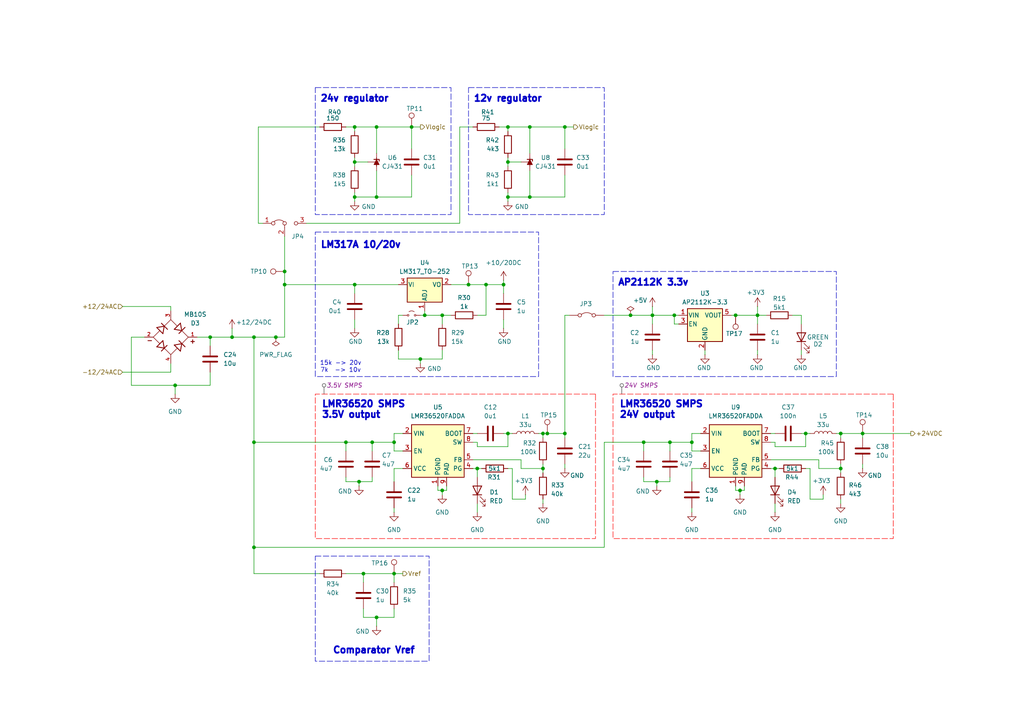
<source format=kicad_sch>
(kicad_sch (version 20250114) (generator "eeschema") (generator_version "9.0")
  (paper "A4")
  (title_block (title "Power section") (date "2025-09-26") (rev "01") (company "Rémi Ait-Younes"))
  (rectangle (start 91.44 161.29) (end 124.46 191.77) (stroke (width 0) (type dash)))
  (rectangle (start 91.44 25.4) (end 130.81 62.23) (stroke (width 0) (type dash)))
  (rectangle (start 177.8 78.74) (end 242.57 109.22) (stroke (width 0) (type dash)))
  (rectangle (start 135.89 25.4) (end 175.26 62.23) (stroke (width 0) (type dash)))
  (rectangle (start 91.44 67.31) (end 156.21 109.22) (stroke (width 0) (type dash)))
  (text "Comparator Vref" (at 108.458 188.722 0) (effects (font (size 1.905 1.905) (thickness 0.508) (bold yes))))
  (text "LMR36520 SMPS\n3.5V output" (at 93.218 118.872 0) (effects (font (size 1.905 1.905) (thickness 0.508) (bold yes)) (justify left)))
  (text "AP2112K 3.3v" (at 189.484 82.042 0) (effects (font (size 1.905 1.905) (thickness 0.508) (bold yes))))
  (text "12v regulator" (at 147.32 28.702 0) (effects (font (size 1.905 1.905) (thickness 0.508) (bold yes))))
  (text "15k -> 20v\n7k  -> 10v" (at 98.806 106.426 0) (effects (font (size 1.27 1.27))))
  (text "24v regulator" (at 102.87 28.702 0) (effects (font (size 1.905 1.905) (thickness 0.508) (bold yes))))
  (text "LMR36520 SMPS\n24V output" (at 179.578 118.872 0) (effects (font (size 1.905 1.905) (thickness 0.508) (bold yes)) (justify left)))
  (text "LM317A 10/20v" (at 104.648 71.12 0) (effects (font (size 1.905 1.905) (thickness 0.508) (bold yes))))
  (junction (at 224.79 135.89))
  (junction (at 194.31 128.27))
  (junction (at 119.38 36.83))
  (junction (at 243.84 125.73))
  (junction (at 153.67 36.83))
  (junction (at 114.3 128.27))
  (junction (at 67.31 97.79))
  (junction (at 157.48 135.89))
  (junction (at 186.69 128.27))
  (junction (at 233.68 125.73))
  (junction (at 214.63 142.24))
  (junction (at 73.66 158.75))
  (junction (at 163.83 125.73))
  (junction (at 250.19 125.73))
  (junction (at 82.55 78.74))
  (junction (at 189.23 91.44))
  (junction (at 147.32 57.15))
  (junction (at 182.88 91.44))
  (junction (at 104.14 139.7))
  (junction (at 158.75 125.73))
  (junction (at 105.41 166.37))
  (junction (at 73.66 128.27))
  (junction (at 213.36 91.44))
  (junction (at 100.33 128.27))
  (junction (at 82.55 82.55))
  (junction (at 114.3 166.37))
  (junction (at 102.87 46.99))
  (junction (at 123.19 91.44))
  (junction (at 157.48 125.73))
  (junction (at 128.27 91.44))
  (junction (at 73.66 97.79))
  (junction (at 60.96 97.79))
  (junction (at 50.8 111.76))
  (junction (at 109.22 179.07))
  (junction (at 138.43 135.89))
  (junction (at 163.83 36.83))
  (junction (at 102.87 82.55))
  (junction (at 147.32 46.99))
  (junction (at 128.27 142.24))
  (junction (at 109.22 57.15))
  (junction (at 102.87 57.15))
  (junction (at 195.58 91.44))
  (junction (at 153.67 57.15))
  (junction (at 190.5 139.7))
  (junction (at 147.32 125.73))
  (junction (at 135.89 82.55))
  (junction (at 219.71 91.44))
  (junction (at 107.95 128.27))
  (junction (at 80.01 97.79))
  (junction (at 200.66 128.27))
  (junction (at 140.97 82.55))
  (junction (at 121.92 104.14))
  (junction (at 243.84 135.89))
  (junction (at 102.87 36.83))
  (junction (at 146.05 82.55))
  (junction (at 147.32 36.83))
  (junction (at 109.22 36.83))
  (wire (pts (xy 153.67 57.15) (xy 147.32 57.15)))
  (wire (pts (xy 157.48 144.78) (xy 157.48 146.05)))
  (wire (pts (xy 190.5 139.7) (xy 194.31 139.7)))
  (wire (pts (xy 49.53 105.41) (xy 49.53 107.95)))
  (wire (pts (xy 200.66 128.27) (xy 200.66 125.73)))
  (wire (pts (xy 102.87 46.99) (xy 106.68 46.99)))
  (wire (pts (xy 148.59 135.89) (xy 148.59 144.78)))
  (wire (pts (xy 144.78 36.83) (xy 147.32 36.83)))
  (wire (pts (xy 224.79 146.05) (xy 224.79 148.59)))
  (wire (pts (xy 238.76 144.78) (xy 238.76 143.51)))
  (wire (pts (xy 224.79 135.89) (xy 223.52 135.89)))
  (wire (pts (xy 128.27 91.44) (xy 130.81 91.44)))
  (wire (pts (xy 82.55 68.58) (xy 82.55 78.74)))
  (wire (pts (xy 233.68 129.54) (xy 233.68 125.73)))
  (wire (pts (xy 163.83 135.89) (xy 163.83 134.62)))
  (wire (pts (xy 73.66 158.75) (xy 73.66 166.37)))
  (wire (pts (xy 104.14 140.97) (xy 104.14 139.7)))
  (wire (pts (xy 163.83 91.44) (xy 163.83 125.73)))
  (wire (pts (xy 195.58 91.44) (xy 195.58 93.98)))
  (wire (pts (xy 140.97 82.55) (xy 135.89 82.55)))
  (wire (pts (xy 163.83 125.73) (xy 163.83 127)))
  (wire (pts (xy 219.71 88.9) (xy 219.71 91.44)))
  (wire (pts (xy 250.19 125.73) (xy 264.16 125.73)))
  (wire (pts (xy 74.93 36.83) (xy 92.71 36.83)))
  (wire (pts (xy 128.27 91.44) (xy 128.27 93.98)))
  (wire (pts (xy 148.59 144.78) (xy 152.4 144.78)))
  (wire (pts (xy 190.5 139.7) (xy 186.69 139.7)))
  (wire (pts (xy 190.5 140.97) (xy 190.5 139.7)))
  (wire (pts (xy 163.83 36.83) (xy 166.37 36.83)))
  (wire (pts (xy 138.43 91.44) (xy 140.97 91.44)))
  (wire (pts (xy 243.84 125.73) (xy 242.57 125.73)))
  (wire (pts (xy 195.58 91.44) (xy 196.85 91.44)))
  (wire (pts (xy 119.38 36.83) (xy 109.22 36.83)))
  (wire (pts (xy 107.95 128.27) (xy 107.95 130.81)))
  (wire (pts (xy 73.66 97.79) (xy 80.01 97.79)))
  (wire (pts (xy 105.41 166.37) (xy 114.3 166.37)))
  (wire (pts (xy 82.55 78.74) (xy 82.55 82.55)))
  (wire (pts (xy 109.22 179.07) (xy 109.22 181.61)))
  (wire (pts (xy 233.68 125.73) (xy 234.95 125.73)))
  (wire (pts (xy 107.95 128.27) (xy 100.33 128.27)))
  (wire (pts (xy 119.38 57.15) (xy 119.38 50.8)))
  (wire (pts (xy 194.31 128.27) (xy 194.31 130.81)))
  (wire (pts (xy 138.43 135.89) (xy 137.16 135.89)))
  (wire (pts (xy 243.84 135.89) (xy 243.84 137.16)))
  (wire (pts (xy 189.23 88.9) (xy 189.23 91.44)))
  (wire (pts (xy 100.33 128.27) (xy 100.33 130.81)))
  (wire (pts (xy 234.95 135.89) (xy 234.95 144.78)))
  (wire (pts (xy 109.22 57.15) (xy 119.38 57.15)))
  (wire (pts (xy 219.71 91.44) (xy 222.25 91.44)))
  (wire (pts (xy 114.3 147.32) (xy 114.3 148.59)))
  (wire (pts (xy 116.84 130.81) (xy 114.3 130.81)))
  (wire (pts (xy 151.13 135.89) (xy 151.13 133.35)))
  (wire (pts (xy 121.92 104.14) (xy 128.27 104.14)))
  (wire (pts (xy 186.69 128.27) (xy 186.69 130.81)))
  (wire (pts (xy 157.48 127) (xy 157.48 125.73)))
  (wire (pts (xy 203.2 130.81) (xy 200.66 130.81)))
  (wire (pts (xy 250.19 135.89) (xy 250.19 134.62)))
  (wire (pts (xy 200.66 139.7) (xy 200.66 135.89)))
  (wire (pts (xy 38.1 97.79) (xy 38.1 111.76)))
  (wire (pts (xy 140.97 91.44) (xy 140.97 82.55)))
  (wire (pts (xy 146.05 85.09) (xy 146.05 82.55)))
  (wire (pts (xy 213.36 142.24) (xy 213.36 140.97)))
  (wire (pts (xy 186.69 128.27) (xy 194.31 128.27)))
  (wire (pts (xy 214.63 142.24) (xy 213.36 142.24)))
  (wire (pts (xy 182.88 91.44) (xy 189.23 91.44)))
  (wire (pts (xy 203.2 125.73) (xy 200.66 125.73)))
  (wire (pts (xy 157.48 134.62) (xy 157.48 135.89)))
  (wire (pts (xy 153.67 44.45) (xy 153.67 36.83)))
  (wire (pts (xy 107.95 128.27) (xy 114.3 128.27)))
  (wire (pts (xy 234.95 144.78) (xy 238.76 144.78)))
  (wire (pts (xy 123.19 91.44) (xy 128.27 91.44)))
  (wire (pts (xy 50.8 111.76) (xy 50.8 114.3)))
  (wire (pts (xy 121.92 91.44) (xy 123.19 91.44)))
  (wire (pts (xy 147.32 45.72) (xy 147.32 46.99)))
  (wire (pts (xy 60.96 111.76) (xy 60.96 107.95)))
  (wire (pts (xy 152.4 144.78) (xy 152.4 143.51)))
  (wire (pts (xy 73.66 97.79) (xy 73.66 128.27)))
  (wire (pts (xy 109.22 44.45) (xy 109.22 36.83)))
  (wire (pts (xy 50.8 111.76) (xy 60.96 111.76)))
  (wire (pts (xy 114.3 179.07) (xy 114.3 176.53)))
  (wire (pts (xy 175.26 128.27) (xy 186.69 128.27)))
  (wire (pts (xy 115.57 101.6) (xy 115.57 104.14)))
  (wire (pts (xy 200.66 135.89) (xy 203.2 135.89)))
  (wire (pts (xy 127 142.24) (xy 127 140.97)))
  (wire (pts (xy 137.16 125.73) (xy 138.43 125.73)))
  (wire (pts (xy 146.05 125.73) (xy 147.32 125.73)))
  (wire (pts (xy 147.32 46.99) (xy 151.13 46.99)))
  (wire (pts (xy 195.58 93.98) (xy 196.85 93.98)))
  (wire (pts (xy 232.41 125.73) (xy 233.68 125.73)))
  (wire (pts (xy 41.91 97.79) (xy 38.1 97.79)))
  (wire (pts (xy 204.47 101.6) (xy 204.47 102.87)))
  (wire (pts (xy 146.05 92.71) (xy 146.05 95.25)))
  (wire (pts (xy 100.33 36.83) (xy 102.87 36.83)))
  (wire (pts (xy 67.31 97.79) (xy 73.66 97.79)))
  (wire (pts (xy 137.16 133.35) (xy 151.13 133.35)))
  (wire (pts (xy 153.67 36.83) (xy 147.32 36.83)))
  (wire (pts (xy 157.48 135.89) (xy 157.48 137.16)))
  (wire (pts (xy 133.35 36.83) (xy 137.16 36.83)))
  (wire (pts (xy 243.84 135.89) (xy 237.49 135.89)))
  (wire (pts (xy 224.79 129.54) (xy 233.68 129.54)))
  (wire (pts (xy 105.41 166.37) (xy 105.41 168.91)))
  (wire (pts (xy 194.31 138.43) (xy 194.31 139.7)))
  (wire (pts (xy 223.52 125.73) (xy 224.79 125.73)))
  (wire (pts (xy 57.15 97.79) (xy 60.96 97.79)))
  (wire (pts (xy 105.41 179.07) (xy 109.22 179.07)))
  (wire (pts (xy 147.32 46.99) (xy 147.32 48.26)))
  (wire (pts (xy 115.57 91.44) (xy 115.57 93.98)))
  (wire (pts (xy 189.23 91.44) (xy 195.58 91.44)))
  (wire (pts (xy 114.3 130.81) (xy 114.3 128.27)))
  (wire (pts (xy 138.43 146.05) (xy 138.43 148.59)))
  (wire (pts (xy 250.19 125.73) (xy 250.19 127)))
  (wire (pts (xy 133.35 64.77) (xy 133.35 36.83)))
  (wire (pts (xy 138.43 129.54) (xy 138.43 128.27)))
  (wire (pts (xy 102.87 36.83) (xy 102.87 38.1)))
  (wire (pts (xy 128.27 142.24) (xy 127 142.24)))
  (wire (pts (xy 114.3 166.37) (xy 116.84 166.37)))
  (wire (pts (xy 243.84 144.78) (xy 243.84 146.05)))
  (wire (pts (xy 82.55 82.55) (xy 102.87 82.55)))
  (wire (pts (xy 128.27 104.14) (xy 128.27 101.6)))
  (wire (pts (xy 102.87 92.71) (xy 102.87 95.25)))
  (wire (pts (xy 234.95 135.89) (xy 233.68 135.89)))
  (wire (pts (xy 229.87 91.44) (xy 232.41 91.44)))
  (wire (pts (xy 138.43 128.27) (xy 137.16 128.27)))
  (wire (pts (xy 163.83 43.18) (xy 163.83 36.83)))
  (wire (pts (xy 232.41 101.6) (xy 232.41 102.87)))
  (wire (pts (xy 213.36 91.44) (xy 219.71 91.44)))
  (wire (pts (xy 109.22 49.53) (xy 109.22 57.15)))
  (wire (pts (xy 109.22 36.83) (xy 102.87 36.83)))
  (wire (pts (xy 115.57 91.44) (xy 116.84 91.44)))
  (wire (pts (xy 60.96 97.79) (xy 60.96 100.33)))
  (wire (pts (xy 243.84 127) (xy 243.84 125.73)))
  (wire (pts (xy 115.57 104.14) (xy 121.92 104.14)))
  (wire (pts (xy 135.89 82.55) (xy 130.81 82.55)))
  (wire (pts (xy 60.96 97.79) (xy 67.31 97.79)))
  (wire (pts (xy 219.71 101.6) (xy 219.71 102.87)))
  (wire (pts (xy 153.67 49.53) (xy 153.67 57.15)))
  (wire (pts (xy 102.87 58.42) (xy 102.87 57.15)))
  (wire (pts (xy 140.97 82.55) (xy 146.05 82.55)))
  (wire (pts (xy 119.38 36.83) (xy 121.92 36.83)))
  (wire (pts (xy 129.54 142.24) (xy 128.27 142.24)))
  (wire (pts (xy 100.33 166.37) (xy 105.41 166.37)))
  (wire (pts (xy 224.79 129.54) (xy 224.79 128.27)))
  (wire (pts (xy 147.32 125.73) (xy 148.59 125.73)))
  (wire (pts (xy 123.19 90.17) (xy 123.19 91.44)))
  (wire (pts (xy 104.14 139.7) (xy 107.95 139.7)))
  (wire (pts (xy 175.26 158.75) (xy 73.66 158.75)))
  (wire (pts (xy 114.3 166.37) (xy 114.3 168.91)))
  (wire (pts (xy 88.9 64.77) (xy 133.35 64.77)))
  (wire (pts (xy 224.79 135.89) (xy 224.79 138.43)))
  (wire (pts (xy 157.48 135.89) (xy 151.13 135.89)))
  (wire (pts (xy 200.66 130.81) (xy 200.66 128.27)))
  (wire (pts (xy 224.79 128.27) (xy 223.52 128.27)))
  (wire (pts (xy 175.26 128.27) (xy 175.26 158.75)))
  (wire (pts (xy 194.31 128.27) (xy 200.66 128.27)))
  (wire (pts (xy 114.3 139.7) (xy 114.3 135.89)))
  (wire (pts (xy 138.43 135.89) (xy 138.43 138.43)))
  (wire (pts (xy 153.67 57.15) (xy 163.83 57.15)))
  (wire (pts (xy 223.52 133.35) (xy 237.49 133.35)))
  (wire (pts (xy 73.66 128.27) (xy 73.66 158.75)))
  (wire (pts (xy 121.92 104.14) (xy 121.92 105.41)))
  (wire (pts (xy 163.83 91.44) (xy 165.1 91.44)))
  (wire (pts (xy 215.9 142.24) (xy 214.63 142.24)))
  (wire (pts (xy 105.41 176.53) (xy 105.41 179.07)))
  (wire (pts (xy 102.87 46.99) (xy 102.87 48.26)))
  (wire (pts (xy 119.38 43.18) (xy 119.38 36.83)))
  (wire (pts (xy 109.22 57.15) (xy 102.87 57.15)))
  (wire (pts (xy 243.84 134.62) (xy 243.84 135.89)))
  (wire (pts (xy 67.31 97.79) (xy 67.31 95.25)))
  (wire (pts (xy 189.23 101.6) (xy 189.23 102.87)))
  (wire (pts (xy 73.66 166.37) (xy 92.71 166.37)))
  (wire (pts (xy 226.06 135.89) (xy 224.79 135.89)))
  (wire (pts (xy 163.83 125.73) (xy 158.75 125.73)))
  (wire (pts (xy 232.41 91.44) (xy 232.41 93.98)))
  (wire (pts (xy 116.84 125.73) (xy 114.3 125.73)))
  (wire (pts (xy 109.22 179.07) (xy 114.3 179.07)))
  (wire (pts (xy 114.3 128.27) (xy 114.3 125.73)))
  (wire (pts (xy 237.49 135.89) (xy 237.49 133.35)))
  (wire (pts (xy 49.53 107.95) (xy 35.56 107.95)))
  (wire (pts (xy 175.26 91.44) (xy 182.88 91.44)))
  (wire (pts (xy 102.87 85.09) (xy 102.87 82.55)))
  (wire (pts (xy 215.9 140.97) (xy 215.9 142.24)))
  (wire (pts (xy 102.87 82.55) (xy 115.57 82.55)))
  (wire (pts (xy 128.27 143.51) (xy 128.27 142.24)))
  (wire (pts (xy 147.32 57.15) (xy 147.32 55.88)))
  (wire (pts (xy 38.1 111.76) (xy 50.8 111.76)))
  (wire (pts (xy 163.83 36.83) (xy 153.67 36.83)))
  (wire (pts (xy 107.95 138.43) (xy 107.95 139.7)))
  (wire (pts (xy 219.71 93.98) (xy 219.71 91.44)))
  (wire (pts (xy 104.14 139.7) (xy 100.33 139.7)))
  (wire (pts (xy 139.7 135.89) (xy 138.43 135.89)))
  (wire (pts (xy 186.69 139.7) (xy 186.69 138.43)))
  (wire (pts (xy 148.59 135.89) (xy 147.32 135.89)))
  (wire (pts (xy 129.54 140.97) (xy 129.54 142.24)))
  (wire (pts (xy 158.75 125.73) (xy 157.48 125.73)))
  (wire (pts (xy 212.09 91.44) (xy 213.36 91.44)))
  (wire (pts (xy 200.66 147.32) (xy 200.66 148.59)))
  (wire (pts (xy 74.93 64.77) (xy 74.93 36.83)))
  (wire (pts (xy 114.3 135.89) (xy 116.84 135.89)))
  (wire (pts (xy 157.48 125.73) (xy 156.21 125.73)))
  (wire (pts (xy 189.23 93.98) (xy 189.23 91.44)))
  (wire (pts (xy 146.05 81.28) (xy 146.05 82.55)))
  (wire (pts (xy 147.32 129.54) (xy 147.32 125.73)))
  (wire (pts (xy 49.53 88.9) (xy 49.53 90.17)))
  (wire (pts (xy 80.01 97.79) (xy 82.55 97.79)))
  (wire (pts (xy 102.87 57.15) (xy 102.87 55.88)))
  (wire (pts (xy 147.32 36.83) (xy 147.32 38.1)))
  (wire (pts (xy 82.55 97.79) (xy 82.55 82.55)))
  (wire (pts (xy 100.33 139.7) (xy 100.33 138.43)))
  (wire (pts (xy 163.83 57.15) (xy 163.83 50.8)))
  (wire (pts (xy 214.63 143.51) (xy 214.63 142.24)))
  (wire (pts (xy 138.43 129.54) (xy 147.32 129.54)))
  (wire (pts (xy 102.87 45.72) (xy 102.87 46.99)))
  (wire (pts (xy 35.56 88.9) (xy 49.53 88.9)))
  (wire (pts (xy 147.32 58.42) (xy 147.32 57.15)))
  (wire (pts (xy 76.2 64.77) (xy 74.93 64.77)))
  (wire (pts (xy 250.19 125.73) (xy 243.84 125.73)))
  (wire (pts (xy 73.66 128.27) (xy 100.33 128.27)))
  (hierarchical_label "-12{slash}24AC" (shape input) (at 35.56 107.95 180))
  (hierarchical_label "+24VDC" (shape output) (at 264.16 125.73 0))
  (hierarchical_label "+12{slash}24AC" (shape input) (at 35.56 88.9 180))
  (hierarchical_label "Vref" (shape output) (at 116.84 166.37 0))
  (hierarchical_label "Vlogic" (shape output) (at 166.37 36.83 0))
  (hierarchical_label "Vlogic" (shape output) (at 121.92 36.83 0))
  (rule_area (polyline (pts (xy 172.72 114.3) (xy 91.44 114.3) (xy 91.44 156.21) (xy 172.72 156.21)) (stroke (width 0) (type dash))))
  (rule_area (polyline (pts (xy 259.08 114.3) (xy 177.8 114.3) (xy 177.8 156.21) (xy 259.08 156.21)) (stroke (width 0) (type dash))))
  (netclass_flag "" (length 2.54) (shape round) (at 93.98 114.3 0) (property "Component Class" "3.5V SMPS" (at 94.6785 111.76 0) (effects (font (italic yes)) (justify left))))
  (netclass_flag "" (length 2.54) (shape round) (at 180.34 114.3 0) (property "Component Class" "24V SMPS" (at 181.0385 111.76 0) (effects (font (italic yes)) (justify left))))
  (symbol (lib_id "power:GND") (at 200.66 148.59 0) (unit 1)
    (property "Reference" "#PWR065" (effects (hide yes)))
    (property "Value" "GND" (at 200.66 153.67 0))
    (property "Description" "Power symbol creates a global label with name \"GND\" , ground" (effects (hide yes)))
  )
  (symbol (lib_id "Regulator_Linear:LM317_TO-252") (at 123.19 82.55 0) (unit 1)
    (property "Reference" "U4" (at 123.19 76.2 0))
    (property "Value" "LM317_TO-252" (at 123.19 78.74 0))
    (property "Footprint" "Package_TO_SOT_SMD:TO-252-2" (effects (hide yes)))
    (property "Datasheet" "http://www.ti.com/lit/ds/snvs774n/snvs774n.pdf" (effects (hide yes)))
    (property "Description" "1.5A 35V Adjustable Linear Regulator, TO-252" (effects (hide yes)))
    (property "Basic" "Y" (effects (hide yes)))
    (property "JLCPCB Part #" "C75510" (effects (hide yes)))
    (property "Manufacturer" "Unisonic Tech (UTC)" (effects (hide yes)))
    (property "Manufacturer Part Number" "LM317AG-TN3-R" (effects (hide yes)))
  )
  (symbol (lib_id "Connector:TestPoint") (at 250.19 125.73 0) (unit 1) (in_bom no)
    (property "Reference" "TP14" (at 248.158 120.396 0) (effects (justify left)))
    (property "Value" "TestPoint" (effects (hide yes)))
    (property "Footprint" "TestPoint:TestPoint_Pad_D2.0mm" (effects (hide yes)))
    (property "Description" "test point" (effects (hide yes)))
  )
  (symbol (lib_id "Device:R") (at 140.97 36.83 90) (mirror x) (unit 1)
    (property "Reference" "R41" (at 141.478 32.512 90))
    (property "Value" "75" (at 140.97 34.29 90))
    (property "Footprint" "Resistor_SMD:R_0805_2012Metric" (effects (hide yes)))
    (property "Description" "Resistor" (effects (hide yes)))
    (property "Basic" "Y" (effects (hide yes)))
    (property "JLCPCB Part #" "C20638" (effects (hide yes)))
    (property "Manufacturer" "Uniroyal Elec" (effects (hide yes)))
    (property "Manufacturer Part Number" "0805W8F750JT5E" (effects (hide yes)))
  )
  (symbol (lib_id "power:GND") (at 50.8 114.3 0) (unit 1)
    (property "Reference" "#PWR048" (effects (hide yes)))
    (property "Value" "GND" (at 50.8 119.38 0))
    (property "Description" "Power symbol creates a global label with name \"GND\" , ground" (effects (hide yes)))
  )
  (symbol (lib_id "power:GND") (at 102.87 95.25 0) (mirror y) (unit 1)
    (property "Reference" "#PWR024" (effects (hide yes)))
    (property "Value" "GND" (at 101.092 99.06 0) (effects (justify right)))
    (property "Description" "Power symbol creates a global label with name \"GND\" , ground" (effects (hide yes)))
  )
  (symbol (lib_id "power:GND") (at 138.43 148.59 0) (unit 1)
    (property "Reference" "#PWR042" (effects (hide yes)))
    (property "Value" "GND" (at 138.43 153.67 0))
    (property "Description" "Power symbol creates a global label with name \"GND\" , ground" (effects (hide yes)))
  )
  (symbol (lib_id "power:GND") (at 109.22 181.61 0) (unit 1)
    (property "Reference" "#PWR021" (effects (hide yes)))
    (property "Value" "GND" (at 105.156 183.134 0))
    (property "Description" "Power symbol creates a global label with name \"GND\" , ground" (effects (hide yes)))
  )
  (symbol (lib_id "Pers:LMR36520FADDA") (at 213.36 130.81 0) (unit 1)
    (property "Reference" "U9" (at 213.36 118.11 0))
    (property "Value" "LMR36520FADDA" (at 213.36 120.65 0))
    (property "Footprint" "Package_SO:Texas_HTSOP-8-1EP_3.9x4.9mm_P1.27mm_EP2.95x4.9mm_Mask2.4x3.1mm_ThermalVias" (effects (hide yes)))
    (property "Datasheet" "http://www.ti.com/lit/ds/symlink/lmr36520.pdf" (effects (hide yes)))
    (property "Description" "Simple Switcher Synchronous Buck Regulator, Vin=4.2-65V, Iout=2A, F=400kHz, Adjustable output voltage, HSOP-8" (effects (hide yes)))
    (property "Basic" "X" (effects (hide yes)))
    (property "JLCPCB Part #" "C1858395" (effects (hide yes)))
    (property "Manufacturer" "Texas Instruments" (effects (hide yes)))
    (property "Manufacturer Part Number" "LMR36520FADDAR" (effects (hide yes)))
  )
  (symbol (lib_id "power:GND") (at 157.48 146.05 0) (unit 1)
    (property "Reference" "#PWR038" (effects (hide yes)))
    (property "Value" "GND" (at 157.48 151.13 0))
    (property "Description" "Power symbol creates a global label with name \"GND\" , ground" (effects (hide yes)))
  )
  (symbol (lib_id "Device:R") (at 115.57 97.79 0) (mirror x) (unit 1)
    (property "Reference" "R28" (at 113.03 96.5199 0) (effects (justify right)))
    (property "Value" "13k" (at 113.03 99.0599 0) (effects (justify right)))
    (property "Footprint" "Resistor_SMD:R_0603_1608Metric" (effects (hide yes)))
    (property "Description" "Resistor" (effects (hide yes)))
    (property "Basic" "Y" (effects (hide yes)))
    (property "JLCPCB Part #" "C22797" (effects (hide yes)))
    (property "Manufacturer" "Uniroyal Elec" (effects (hide yes)))
    (property "Manufacturer Part Number" "0603WAF1302T5E" (effects (hide yes)))
  )
  (symbol (lib_id "Jumper:Jumper_2_Small_Open") (at 119.38 91.44 0) (unit 1) (in_bom no)
    (property "Reference" "JP2" (at 119.634 93.472 0))
    (property "Value" "Jumper_2_Small_Open" (effects (hide yes)))
    (property "Footprint" "Connector_PinHeader_2.54mm:PinHeader_1x02_P2.54mm_Vertical" (effects (hide yes)))
    (property "Description" "Jumper, 2-pole, small symbol, open" (effects (hide yes)))
  )
  (symbol (lib_id "power:+5V") (at 189.23 88.9 0) (unit 1)
    (property "Reference" "#PWR022" (effects (hide yes)))
    (property "Value" "+5V" (at 185.674 87.122 0))
    (property "Description" "Power symbol creates a global label with name \"+5V\"" (effects (hide yes)))
  )
  (symbol (lib_id "power:+3V3") (at 238.76 143.51 0) (mirror y) (unit 1)
    (property "Reference" "#PWR068" (effects (hide yes)))
    (property "Value" "+3V3" (at 238.252 139.446 0))
    (property "Description" "Power symbol creates a global label with name \"+3V3\"" (effects (hide yes)))
  )
  (symbol (lib_id "Regulator_Linear:AP2112K-3.3") (at 204.47 93.98 0) (unit 1)
    (property "Reference" "U3" (at 204.47 85.09 0))
    (property "Value" "AP2112K-3.3" (at 204.47 87.63 0))
    (property "Footprint" "Package_TO_SOT_SMD:SOT-23-5" (effects (hide yes)))
    (property "Datasheet" "https://www.diodes.com/assets/Datasheets/AP2112.pdf" (effects (hide yes)))
    (property "Description" "600mA low dropout linear regulator, with enable pin, 3.8V-6V input voltage range, 3.3V fixed positive output, SOT-23-5" (effects (hide yes)))
    (property "Basic" "X" (effects (hide yes)))
    (property "JLCPCB Part #" "C51118" (effects (hide yes)))
    (property "Manufacturer" "Diodes Incorporated" (effects (hide yes)))
    (property "Manufacturer Part Number" "AP2112K-3.3TRG1" (effects (hide yes)))
  )
  (symbol (lib_id "power:GND") (at 224.79 148.59 0) (unit 1)
    (property "Reference" "#PWR067" (effects (hide yes)))
    (property "Value" "GND" (at 224.79 153.67 0))
    (property "Description" "Power symbol creates a global label with name \"GND\" , ground" (effects (hide yes)))
  )
  (symbol (lib_id "power:PWR_FLAG") (at 80.01 97.79 180) (unit 1)
    (property "Reference" "#FLG05" (effects (hide yes)))
    (property "Value" "PWR_FLAG" (at 80.01 102.87 0))
    (property "Description" "Special symbol for telling ERC where power comes from" (effects (hide yes)))
  )
  (symbol (lib_id "Device:R") (at 102.87 41.91 0) (mirror y) (unit 1)
    (property "Reference" "R36" (at 100.33 40.6399 0) (effects (justify left)))
    (property "Value" "13k" (at 100.33 43.1799 0) (effects (justify left)))
    (property "Footprint" "Resistor_SMD:R_0603_1608Metric" (effects (hide yes)))
    (property "Description" "Resistor" (effects (hide yes)))
    (property "Basic" "Y" (effects (hide yes)))
    (property "JLCPCB Part #" "C22797" (effects (hide yes)))
    (property "Manufacturer" "Uniroyal Elec" (effects (hide yes)))
    (property "Manufacturer Part Number" "0603WAF1302T5E" (effects (hide yes)))
  )
  (symbol (lib_id "Device:R") (at 96.52 166.37 90) (mirror x) (unit 1)
    (property "Reference" "R34" (at 96.52 169.418 90))
    (property "Value" "40k" (at 96.52 171.958 90))
    (property "Footprint" "Resistor_SMD:R_0603_1608Metric" (effects (hide yes)))
    (property "Description" "Resistor" (effects (hide yes)))
    (property "Sim.Device" "R" (effects (hide yes)))
    (property "Sim.Pins" "1=+ 2=-" (effects (hide yes)))
    (property "Basic" "Y" (effects (hide yes)))
    (property "JLCPCB Part #" "C12447" (effects (hide yes)))
    (property "Manufacturer" "Uniroyal Elec" (effects (hide yes)))
    (property "Manufacturer Part Number" "0603WAF4022T5E" (effects (hide yes)))
  )
  (symbol (lib_id "Connector:TestPoint") (at 135.89 82.55 0) (unit 1) (in_bom no)
    (property "Reference" "TP13" (at 133.858 77.216 0) (effects (justify left)))
    (property "Value" "TestPoint" (effects (hide yes)))
    (property "Footprint" "TestPoint:TestPoint_Pad_D2.0mm" (effects (hide yes)))
    (property "Description" "test point" (effects (hide yes)))
  )
  (symbol (lib_id "Device:C") (at 105.41 172.72 0) (unit 1)
    (property "Reference" "C30" (at 108.966 171.45 0) (effects (justify left)))
    (property "Value" "1u" (at 108.966 173.99 0) (effects (justify left)))
    (property "Footprint" "Capacitor_SMD:C_0402_1005Metric" (effects (hide yes)))
    (property "Description" "Unpolarized capacitor" (effects (hide yes)))
    (property "Sim.Device" "C" (effects (hide yes)))
    (property "Sim.Pins" "1=+ 2=-" (effects (hide yes)))
    (property "Basic" "Y" (effects (hide yes)))
    (property "JLCPCB Part #" "C52923" (effects (hide yes)))
    (property "Manufacturer" "Samsung Electro-Mechanics " (effects (hide yes)))
    (property "Manufacturer Part Number" "CL05A105KA5NQNC" (effects (hide yes)))
  )
  (symbol (lib_id "power:GND") (at 128.27 143.51 0) (unit 1)
    (property "Reference" "#PWR036" (effects (hide yes)))
    (property "Value" "GND" (at 128.27 148.59 0))
    (property "Description" "Power symbol creates a global label with name \"GND\" , ground" (effects (hide yes)))
  )
  (symbol (lib_id "Device:C") (at 107.95 134.62 0) (unit 1)
    (property "Reference" "C7" (at 110.744 132.08 0) (effects (justify left)))
    (property "Value" "4u7" (at 110.744 134.62 0) (effects (justify left)))
    (property "Footprint" "Capacitor_SMD:C_1206_3216Metric" (effects (hide yes)))
    (property "Description" "Unpolarized capacitor" (effects (hide yes)))
    (property "Basic" "Y" (effects (hide yes)))
    (property "JLCPCB Part #" "C29823" (effects (hide yes)))
    (property "Manufacturer" "Guangdong Fenghua Advanced Tech (FH)" (effects (hide yes)))
    (property "Manufacturer Part Number" "1206B475K500NT" (effects (hide yes)))
  )
  (symbol (lib_id "power:GND") (at 250.19 135.89 0) (unit 1)
    (property "Reference" "#PWR070" (effects (hide yes)))
    (property "Value" "GND" (at 253.746 137.922 0))
    (property "Description" "Power symbol creates a global label with name \"GND\" , ground" (effects (hide yes)))
  )
  (symbol (lib_id "Device:R") (at 226.06 91.44 90) (unit 1)
    (property "Reference" "R15" (at 226.06 86.614 90))
    (property "Value" "5k1" (at 226.06 89.154 90))
    (property "Footprint" "Resistor_SMD:R_0603_1608Metric" (effects (hide yes)))
    (property "Description" "Resistor" (effects (hide yes)))
    (property "Basic" "Y" (effects (hide yes)))
    (property "JLCPCB Part #" "C23186" (effects (hide yes)))
    (property "Manufacturer" "Uniroyal Elec" (effects (hide yes)))
    (property "Manufacturer Part Number" "0603WAF5101T5E" (effects (hide yes)))
  )
  (symbol (lib_id "Device:C") (at 219.71 97.79 0) (unit 1)
    (property "Reference" "C1" (at 223.52 96.5199 0) (effects (justify left)))
    (property "Value" "1u" (at 223.52 99.0599 0) (effects (justify left)))
    (property "Footprint" "Capacitor_SMD:C_0603_1608Metric" (effects (hide yes)))
    (property "Description" "Unpolarized capacitor" (effects (hide yes)))
    (property "Basic" "Y" (effects (hide yes)))
    (property "JLCPCB Part #" "C15849" (effects (hide yes)))
    (property "Manufacturer" "Samsung Electro-Mechanics " (effects (hide yes)))
    (property "Manufacturer Part Number" "CL10A105KB8NNNC" (effects (hide yes)))
  )
  (symbol (lib_id "Device:R") (at 243.84 140.97 180) (unit 1)
    (property "Reference" "R46" (at 246.126 140.716 0) (effects (justify right)))
    (property "Value" "4k3" (at 246.126 143.256 0) (effects (justify right)))
    (property "Footprint" "Resistor_SMD:R_0603_1608Metric" (effects (hide yes)))
    (property "Description" "Resistor" (effects (hide yes)))
    (property "Basic" "Y" (effects (hide yes)))
    (property "JLCPCB Part #" "C23159" (effects (hide yes)))
    (property "Manufacturer" "Uniroyal Elec" (effects (hide yes)))
    (property "Manufacturer Part Number" "0603WAF4301T5E" (effects (hide yes)))
  )
  (symbol (lib_id "Connector:TestPoint") (at 114.3 166.37 0) (unit 1) (in_bom no)
    (property "Reference" "TP16" (at 107.696 163.322 0) (effects (justify left)))
    (property "Value" "TestPoint" (effects (hide yes)))
    (property "Footprint" "TestPoint:TestPoint_Pad_D2.0mm" (effects (hide yes)))
    (property "Description" "test point" (effects (hide yes)))
  )
  (symbol (lib_id "Device:LED") (at 224.79 142.24 90) (unit 1)
    (property "Reference" "D4" (at 228.346 142.748 90) (effects (justify right)))
    (property "Value" "RED" (at 228.346 145.288 90) (effects (justify right)))
    (property "Footprint" "LED_SMD:LED_0603_1608Metric" (effects (hide yes)))
    (property "Description" "Light emitting diode" (effects (hide yes)))
    (property "Sim.Pins" "1=K 2=A" (effects (hide yes)))
    (property "Basic" "Y" (effects (hide yes)))
    (property "JLCPCB Part #" "C2286" (effects (hide yes)))
    (property "Manufacturer" "Hubei KENTO Elec " (effects (hide yes)))
    (property "Manufacturer Part Number" "KT-0603R" (effects (hide yes)))
  )
  (symbol (lib_id "Connector:TestPoint") (at 158.75 125.73 0) (unit 1) (in_bom no)
    (property "Reference" "TP15" (at 156.718 120.396 0) (effects (justify left)))
    (property "Value" "TestPoint" (effects (hide yes)))
    (property "Footprint" "TestPoint:TestPoint_Pad_D2.0mm" (effects (hide yes)))
    (property "Description" "test point" (effects (hide yes)))
  )
  (symbol (lib_id "power:PWR_FLAG") (at 182.88 91.44 0) (unit 1)
    (property "Reference" "#FLG04" (effects (hide yes)))
    (property "Value" "PWR_FLAG" (effects (hide yes)))
    (property "Description" "Special symbol for telling ERC where power comes from" (effects (hide yes)))
  )
  (symbol (lib_id "Device:R") (at 102.87 52.07 0) (mirror y) (unit 1)
    (property "Reference" "R38" (at 100.33 50.7999 0) (effects (justify left)))
    (property "Value" "1k5" (at 100.33 53.3399 0) (effects (justify left)))
    (property "Footprint" "Resistor_SMD:R_0603_1608Metric" (effects (hide yes)))
    (property "Description" "Resistor" (effects (hide yes)))
    (property "Basic" "Y" (effects (hide yes)))
    (property "JLCPCB Part #" "C22843" (effects (hide yes)))
    (property "Manufacturer" "Uniroyal Elec" (effects (hide yes)))
    (property "Manufacturer Part Number" "0603WAF1501T5E" (effects (hide yes)))
  )
  (symbol (lib_id "Device:C") (at 228.6 125.73 270) (mirror x) (unit 1)
    (property "Reference" "C37" (at 228.6 118.11 90))
    (property "Value" "100n" (at 228.6 120.65 90))
    (property "Footprint" "Capacitor_SMD:C_0402_1005Metric" (effects (hide yes)))
    (property "Description" "Unpolarized capacitor" (effects (hide yes)))
    (property "Basic" "Y" (effects (hide yes)))
    (property "JLCPCB Part #" "C307331" (effects (hide yes)))
    (property "Manufacturer" "Samsung Electro-Mechanics " (effects (hide yes)))
    (property "Manufacturer Part Number" "CL05B104KB54PNC" (effects (hide yes)))
  )
  (symbol (lib_id "power:GND") (at 232.41 102.87 0) (unit 1)
    (property "Reference" "#PWR07" (effects (hide yes)))
    (property "Value" "GND" (at 234.188 106.68 0) (effects (justify right)))
    (property "Description" "Power symbol creates a global label with name \"GND\" , ground" (effects (hide yes)))
  )
  (symbol (lib_id "Device:C") (at 200.66 143.51 0) (mirror y) (unit 1)
    (property "Reference" "C36" (at 204.47 142.2399 0) (effects (justify right)))
    (property "Value" "1u" (at 204.47 144.7799 0) (effects (justify right)))
    (property "Footprint" "Capacitor_SMD:C_0402_1005Metric" (effects (hide yes)))
    (property "Description" "Unpolarized capacitor" (effects (hide yes)))
    (property "Basic" "Y" (effects (hide yes)))
    (property "JLCPCB Part #" "C52923" (effects (hide yes)))
    (property "Manufacturer" "Samsung Electro-Mechanics " (effects (hide yes)))
    (property "Manufacturer Part Number" "CL05A105KA5NQNC" (effects (hide yes)))
  )
  (symbol (lib_id "Jumper:Jumper_2_Bridged") (at 170.18 91.44 0) (unit 1) (in_bom no)
    (property "Reference" "JP3" (at 169.926 88.138 0))
    (property "Value" "Jumper_2_Bridged" (effects (hide yes)))
    (property "Footprint" "Connector_PinHeader_2.54mm:PinHeader_1x02_P2.54mm_Vertical" (effects (hide yes)))
    (property "Description" "Jumper, 2-pole, closed/bridged" (effects (hide yes)))
  )
  (symbol (lib_id "Device:R") (at 147.32 41.91 0) (mirror y) (unit 1)
    (property "Reference" "R42" (at 144.78 40.6399 0) (effects (justify left)))
    (property "Value" "4k3" (at 144.78 43.1799 0) (effects (justify left)))
    (property "Footprint" "Resistor_SMD:R_0603_1608Metric" (effects (hide yes)))
    (property "Description" "Resistor" (effects (hide yes)))
    (property "Basic" "Y" (effects (hide yes)))
    (property "JLCPCB Part #" "C23159" (effects (hide yes)))
    (property "Manufacturer" "Uniroyal Elec" (effects (hide yes)))
    (property "Manufacturer Part Number" "0603WAF4301T5E" (effects (hide yes)))
  )
  (symbol (lib_id "Device:LED") (at 232.41 97.79 90) (unit 1)
    (property "Reference" "D2" (at 237.236 99.822 90))
    (property "Value" "GREEN" (at 237.236 97.79 90))
    (property "Footprint" "LED_SMD:LED_0805_2012Metric" (effects (hide yes)))
    (property "Description" "Light emitting diode" (effects (hide yes)))
    (property "Sim.Pins" "1=K 2=A" (effects (hide yes)))
    (property "Manufacturer" "Hubei KENTO Elec " (effects (hide yes)))
    (property "Manufacturer Part Number" "KT-0805G" (effects (hide yes)))
    (property "Basic" "Y" (effects (hide yes)))
    (property "JLCPCB Part #" "C2297" (effects (hide yes)))
  )
  (symbol (lib_id "Device:R") (at 114.3 172.72 0) (unit 1)
    (property "Reference" "R35" (at 116.84 171.4499 0) (effects (justify left)))
    (property "Value" "5k" (at 116.84 173.9899 0) (effects (justify left)))
    (property "Footprint" "Resistor_SMD:R_0603_1608Metric" (effects (hide yes)))
    (property "Description" "Resistor" (effects (hide yes)))
    (property "Sim.Device" "R" (effects (hide yes)))
    (property "Sim.Pins" "1=+ 2=-" (effects (hide yes)))
    (property "Basic" "Y" (effects (hide yes)))
    (property "JLCPCB Part #" "C23046" (effects (hide yes)))
    (property "Manufacturer" "Uniroyal Elec" (effects (hide yes)))
    (property "Manufacturer Part Number" "0603WAF4991T5E" (effects (hide yes)))
  )
  (symbol (lib_id "power:GND") (at 114.3 148.59 0) (unit 1)
    (property "Reference" "#PWR039" (effects (hide yes)))
    (property "Value" "GND" (at 114.3 153.67 0))
    (property "Description" "Power symbol creates a global label with name \"GND\" , ground" (effects (hide yes)))
  )
  (symbol (lib_id "Device:C") (at 194.31 134.62 0) (unit 1)
    (property "Reference" "C35" (at 197.104 132.08 0) (effects (justify left)))
    (property "Value" "4u7" (at 197.104 134.62 0) (effects (justify left)))
    (property "Footprint" "Capacitor_SMD:C_1206_3216Metric" (effects (hide yes)))
    (property "Description" "Unpolarized capacitor" (effects (hide yes)))
    (property "Basic" "Y" (effects (hide yes)))
    (property "JLCPCB Part #" "C29823" (effects (hide yes)))
    (property "Manufacturer" "Guangdong Fenghua Advanced Tech (FH)" (effects (hide yes)))
    (property "Manufacturer Part Number" "1206B475K500NT" (effects (hide yes)))
  )
  (symbol (lib_id "Pers:CJ431") (at 153.67 46.99 90) (unit 1)
    (property "Reference" "U8" (at 158.242 45.72 90))
    (property "Value" "CJ431" (at 158.242 48.26 90))
    (property "Footprint" "Package_TO_SOT_SMD:SOT-23" (effects (hide yes)))
    (property "Datasheet" "https://www.jscj-elec.com/uploads/20221114/ba5d1b99d53d924890a8b1eefef9cbef.pdf" (effects (hide yes)))
    (property "Description" "Shunt Regulator, SOT-23" (effects (hide yes)))
    (property "Basic" "Y" (effects (hide yes)))
    (property "JLCPCB Part #" "C3113" (effects (hide yes)))
    (property "Manufacturer" "Jiangsu Changjing Electronics Technology Co., Ltd." (effects (hide yes)))
    (property "Manufacturer Part Number" "CJ431" (effects (hide yes)))
  )
  (symbol (lib_id "Pers:LMR36520FADDA") (at 127 130.81 0) (unit 1)
    (property "Reference" "U5" (at 127 118.11 0))
    (property "Value" "LMR36520FADDA" (at 127 120.65 0))
    (property "Footprint" "Package_SO:Texas_HTSOP-8-1EP_3.9x4.9mm_P1.27mm_EP2.95x4.9mm_Mask2.4x3.1mm_ThermalVias" (effects (hide yes)))
    (property "Datasheet" "http://www.ti.com/lit/ds/symlink/lmr36520.pdf" (effects (hide yes)))
    (property "Description" "Simple Switcher Synchronous Buck Regulator, Vin=4.2-65V, Iout=2A, F=400kHz, Adjustable output voltage, HSOP-8" (effects (hide yes)))
    (property "Basic" "X" (effects (hide yes)))
    (property "JLCPCB Part #" "C1858395" (effects (hide yes)))
    (property "Manufacturer" "Texas Instruments" (effects (hide yes)))
    (property "Manufacturer Part Number" "LMR36520FADDAR" (effects (hide yes)))
  )
  (symbol (lib_id "Pers:CJ431") (at 109.22 46.99 90) (unit 1)
    (property "Reference" "U6" (at 113.792 45.72 90))
    (property "Value" "CJ431" (at 113.792 48.26 90))
    (property "Footprint" "Package_TO_SOT_SMD:SOT-23" (effects (hide yes)))
    (property "Datasheet" "https://www.jscj-elec.com/uploads/20221114/ba5d1b99d53d924890a8b1eefef9cbef.pdf" (effects (hide yes)))
    (property "Description" "Shunt Regulator, SOT-23" (effects (hide yes)))
    (property "Basic" "Y" (effects (hide yes)))
    (property "JLCPCB Part #" "C3113" (effects (hide yes)))
    (property "Manufacturer" "Jiangsu Changjing Electronics Technology Co., Ltd." (effects (hide yes)))
    (property "Manufacturer Part Number" "CJ431" (effects (hide yes)))
  )
  (symbol (lib_id "Device:C") (at 100.33 134.62 0) (mirror y) (unit 1)
    (property "Reference" "C6" (at 96.52 133.3499 0) (effects (justify left)))
    (property "Value" "4u7" (at 96.52 135.8899 0) (effects (justify left)))
    (property "Footprint" "Capacitor_SMD:C_1206_3216Metric" (effects (hide yes)))
    (property "Description" "Unpolarized capacitor" (effects (hide yes)))
    (property "Basic" "Y" (effects (hide yes)))
    (property "JLCPCB Part #" "C29823" (effects (hide yes)))
    (property "Manufacturer" "Guangdong Fenghua Advanced Tech (FH)" (effects (hide yes)))
    (property "Manufacturer Part Number" "1206B475K500NT" (effects (hide yes)))
  )
  (symbol (lib_id "Connector:TestPoint") (at 82.55 78.74 90) (unit 1) (in_bom no)
    (property "Reference" "TP10" (at 77.47 78.74 90) (effects (justify left)))
    (property "Value" "TestPoint" (effects (hide yes)))
    (property "Footprint" "TestPoint:TestPoint_Pad_D2.0mm" (effects (hide yes)))
    (property "Description" "test point" (effects (hide yes)))
  )
  (symbol (lib_id "power:GND") (at 146.05 95.25 0) (mirror y) (unit 1)
    (property "Reference" "#PWR032" (effects (hide yes)))
    (property "Value" "GND" (at 144.272 99.06 0) (effects (justify right)))
    (property "Description" "Power symbol creates a global label with name \"GND\" , ground" (effects (hide yes)))
  )
  (symbol (lib_id "Device:C") (at 119.38 46.99 0) (unit 1)
    (property "Reference" "C31" (at 122.682 45.72 0) (effects (justify left)))
    (property "Value" "0u1" (at 122.682 48.26 0) (effects (justify left)))
    (property "Footprint" "Capacitor_SMD:C_0402_1005Metric" (effects (hide yes)))
    (property "Description" "Unpolarized capacitor" (effects (hide yes)))
    (property "Basic" "Y" (effects (hide yes)))
    (property "JLCPCB Part #" "C307331" (effects (hide yes)))
    (property "Manufacturer" "Samsung Electro-Mechanics " (effects (hide yes)))
    (property "Manufacturer Part Number" "CL05B104KB54PNC" (effects (hide yes)))
  )
  (symbol (lib_id "Device:C") (at 163.83 130.81 180) (unit 1)
    (property "Reference" "C21" (at 167.64 129.5399 0) (effects (justify right)))
    (property "Value" "22u" (at 167.64 132.0799 0) (effects (justify right)))
    (property "Footprint" "Capacitor_SMD:C_0603_1608Metric" (effects (hide yes)))
    (property "Description" "Unpolarized capacitor" (effects (hide yes)))
    (property "Basic" "Y" (effects (hide yes)))
    (property "JLCPCB Part #" "C59461" (effects (hide yes)))
    (property "Manufacturer" "Samsung Electro-Mechanics " (effects (hide yes)))
    (property "Manufacturer Part Number" "CL10A226MQ8NRNC" (effects (hide yes)))
  )
  (symbol (lib_id "Device:C") (at 163.83 46.99 0) (unit 1)
    (property "Reference" "C33" (at 167.132 45.72 0) (effects (justify left)))
    (property "Value" "0u1" (at 167.132 48.26 0) (effects (justify left)))
    (property "Footprint" "Capacitor_SMD:C_0402_1005Metric" (effects (hide yes)))
    (property "Description" "Unpolarized capacitor" (effects (hide yes)))
    (property "Basic" "Y" (effects (hide yes)))
    (property "JLCPCB Part #" "C307331" (effects (hide yes)))
    (property "Manufacturer" "Samsung Electro-Mechanics " (effects (hide yes)))
    (property "Manufacturer Part Number" "CL05B104KB54PNC" (effects (hide yes)))
  )
  (symbol (lib_id "Device:R") (at 128.27 97.79 0) (mirror y) (unit 1)
    (property "Reference" "R29" (at 130.81 96.5199 0) (effects (justify right)))
    (property "Value" "15k" (at 130.81 99.0599 0) (effects (justify right)))
    (property "Footprint" "Resistor_SMD:R_0603_1608Metric" (effects (hide yes)))
    (property "Description" "Resistor" (effects (hide yes)))
    (property "Basic" "Y" (effects (hide yes)))
    (property "JLCPCB Part #" "C22809" (effects (hide yes)))
    (property "Manufacturer" "Uniroyal Elec" (effects (hide yes)))
    (property "Manufacturer Part Number" "0603WAF1502T5E" (effects (hide yes)))
  )
  (symbol (lib_id "Device:C") (at 142.24 125.73 270) (mirror x) (unit 1)
    (property "Reference" "C12" (at 142.24 118.11 90))
    (property "Value" "0u1" (at 142.24 120.65 90))
    (property "Footprint" "Capacitor_SMD:C_0402_1005Metric" (effects (hide yes)))
    (property "Description" "Unpolarized capacitor" (effects (hide yes)))
    (property "Basic" "Y" (effects (hide yes)))
    (property "JLCPCB Part #" "C307331" (effects (hide yes)))
    (property "Manufacturer" "Samsung Electro-Mechanics " (effects (hide yes)))
    (property "Manufacturer Part Number" "CL05B104KB54PNC" (effects (hide yes)))
  )
  (symbol (lib_id "power:GND") (at 189.23 102.87 0) (mirror y) (unit 1)
    (property "Reference" "#PWR019" (effects (hide yes)))
    (property "Value" "GND" (at 187.452 106.68 0) (effects (justify right)))
    (property "Description" "Power symbol creates a global label with name \"GND\" , ground" (effects (hide yes)))
  )
  (symbol (lib_id "Device:C") (at 60.96 104.14 0) (unit 1)
    (property "Reference" "C24" (at 64.77 102.8699 0) (effects (justify left)))
    (property "Value" "10u" (at 64.77 105.4099 0) (effects (justify left)))
    (property "Footprint" "Capacitor_SMD:C_0805_2012Metric" (effects (hide yes)))
    (property "Description" "Unpolarized capacitor" (effects (hide yes)))
    (property "Basic" "Y" (effects (hide yes)))
    (property "JLCPCB Part #" "C440198" (effects (hide yes)))
    (property "Manufacturer" "Murata" (effects (hide yes)))
    (property "Manufacturer Part Number" "GRM21BR61H106KE43L" (effects (hide yes)))
  )
  (symbol (lib_id "Device:C") (at 250.19 130.81 180) (unit 1)
    (property "Reference" "C38" (at 254 129.5399 0) (effects (justify right)))
    (property "Value" "10u" (at 254 132.0799 0) (effects (justify right)))
    (property "Footprint" "Capacitor_SMD:C_0603_1608Metric" (effects (hide yes)))
    (property "Description" "Unpolarized capacitor" (effects (hide yes)))
    (property "Basic" "Y" (effects (hide yes)))
    (property "JLCPCB Part #" "C96446" (effects (hide yes)))
    (property "Manufacturer" "Samsung Electro-Mechanics " (effects (hide yes)))
    (property "Manufacturer Part Number" "CL10A106MA8NRNC" (effects (hide yes)))
  )
  (symbol (lib_id "Connector:TestPoint") (at 119.38 36.83 0) (unit 1) (in_bom no)
    (property "Reference" "TP11" (at 117.856 31.496 0) (effects (justify left)))
    (property "Value" "TestPoint" (effects (hide yes)))
    (property "Footprint" "TestPoint:TestPoint_Pad_D2.0mm" (effects (hide yes)))
    (property "Description" "test point" (effects (hide yes)))
  )
  (symbol (lib_id "Device:C") (at 102.87 88.9 0) (mirror y) (unit 1)
    (property "Reference" "C4" (at 99.06 87.6299 0) (effects (justify left)))
    (property "Value" "0u1" (at 99.06 90.1699 0) (effects (justify left)))
    (property "Footprint" "Capacitor_SMD:C_0603_1608Metric" (effects (hide yes)))
    (property "Description" "Unpolarized capacitor" (effects (hide yes)))
    (property "Basic" "Y" (effects (hide yes)))
    (property "JLCPCB Part #" "C14663" (effects (hide yes)))
    (property "Manufacturer" "YAGEO" (effects (hide yes)))
    (property "Manufacturer Part Number" "CC0603KRX7R9BB104" (effects (hide yes)))
  )
  (symbol (lib_id "Device:R") (at 147.32 52.07 0) (mirror y) (unit 1)
    (property "Reference" "R43" (at 144.78 50.7999 0) (effects (justify left)))
    (property "Value" "1k1" (at 144.78 53.3399 0) (effects (justify left)))
    (property "Footprint" "Resistor_SMD:R_0603_1608Metric" (effects (hide yes)))
    (property "Description" "Resistor" (effects (hide yes)))
    (property "Basic" "Y" (effects (hide yes)))
    (property "JLCPCB Part #" "C22764" (effects (hide yes)))
    (property "Manufacturer" "Uniroyal Elec" (effects (hide yes)))
    (property "Manufacturer Part Number" "0603WAF1101T5E" (effects (hide yes)))
  )
  (symbol (lib_id "power:GND") (at 219.71 102.87 0) (unit 1)
    (property "Reference" "#PWR05" (effects (hide yes)))
    (property "Value" "GND" (at 221.488 106.68 0) (effects (justify right)))
    (property "Description" "Power symbol creates a global label with name \"GND\" , ground" (effects (hide yes)))
  )
  (symbol (lib_id "Device:L") (at 152.4 125.73 90) (unit 1)
    (property "Reference" "L1" (at 152.4 120.65 90))
    (property "Value" "33u" (at 152.4 123.19 90))
    (property "Footprint" "Inductor_SMD:L_Chilisin_BMRx00060630" (effects (hide yes)))
    (property "Description" "Inductor" (effects (hide yes)))
    (property "Basic" "X" (effects (hide yes)))
    (property "JLCPCB Part #" "C177245" (effects (hide yes)))
    (property "Manufacturer" "cjiang (Changjiang Microelectronics Tech)" (effects (hide yes)))
    (property "Manufacturer Part Number" "FXL0630-330-M" (effects (hide yes)))
  )
  (symbol (lib_id "Device:C") (at 114.3 143.51 0) (mirror y) (unit 1)
    (property "Reference" "C22" (at 118.11 142.2399 0) (effects (justify right)))
    (property "Value" "1u" (at 118.11 144.7799 0) (effects (justify right)))
    (property "Footprint" "Capacitor_SMD:C_0402_1005Metric" (effects (hide yes)))
    (property "Description" "Unpolarized capacitor" (effects (hide yes)))
    (property "Basic" "Y" (effects (hide yes)))
    (property "JLCPCB Part #" "C52923" (effects (hide yes)))
    (property "Manufacturer" "Samsung Electro-Mechanics " (effects (hide yes)))
    (property "Manufacturer Part Number" "CL05A105KA5NQNC" (effects (hide yes)))
  )
  (symbol (lib_id "Device:R") (at 229.87 135.89 90) (mirror x) (unit 1)
    (property "Reference" "R44" (at 231.648 138.43 90) (effects (justify left)))
    (property "Value" "5k1" (at 231.648 135.89 90) (effects (justify left)))
    (property "Footprint" "Resistor_SMD:R_0603_1608Metric" (effects (hide yes)))
    (property "Description" "Resistor" (effects (hide yes)))
    (property "Basic" "Y" (effects (hide yes)))
    (property "JLCPCB Part #" "C23186" (effects (hide yes)))
    (property "Manufacturer" "Uniroyal Elec" (effects (hide yes)))
    (property "Manufacturer Part Number" "0603WAF5101T5E" (effects (hide yes)))
  )
  (symbol (lib_id "power:GND") (at 163.83 135.89 0) (unit 1)
    (property "Reference" "#PWR040" (effects (hide yes)))
    (property "Value" "GND" (at 167.386 137.922 0))
    (property "Description" "Power symbol creates a global label with name \"GND\" , ground" (effects (hide yes)))
  )
  (symbol (lib_id "Jumper:Jumper_3_Bridged12") (at 82.55 64.77 0) (unit 1) (in_bom no)
    (property "Reference" "JP4" (at 86.36 68.58 0))
    (property "Value" "Jumper_3_Bridged12" (effects (hide yes)))
    (property "Footprint" "Connector_PinHeader_2.54mm:PinHeader_1x03_P2.54mm_Vertical" (effects (hide yes)))
    (property "Description" "Jumper, 3-pole, pins 1+2 closed/bridged" (effects (hide yes)))
  )
  (symbol (lib_id "power:+3V3") (at 152.4 143.51 0) (mirror y) (unit 1)
    (property "Reference" "#PWR034" (effects (hide yes)))
    (property "Value" "+3V3" (at 151.892 139.446 0))
    (property "Description" "Power symbol creates a global label with name \"+3V3\"" (effects (hide yes)))
  )
  (symbol (lib_id "power:GND") (at 147.32 58.42 0) (unit 1)
    (property "Reference" "#PWR043" (effects (hide yes)))
    (property "Value" "GND" (at 153.416 59.944 0) (effects (justify right)))
    (property "Description" "Power symbol creates a global label with name \"GND\" , ground" (effects (hide yes)))
  )
  (symbol (lib_id "Device:R") (at 96.52 36.83 90) (mirror x) (unit 1)
    (property "Reference" "R40" (at 97.028 32.512 90))
    (property "Value" "150" (at 96.52 34.29 90))
    (property "Footprint" "Resistor_SMD:R_0805_2012Metric" (effects (hide yes)))
    (property "Description" "Resistor" (effects (hide yes)))
    (property "Basic" "Y" (effects (hide yes)))
    (property "JLCPCB Part #" "C17471" (effects (hide yes)))
    (property "Manufacturer" "Uniroyal Elec" (effects (hide yes)))
    (property "Manufacturer Part Number" "0805W8F1500T5E" (effects (hide yes)))
  )
  (symbol (lib_id "Device:L") (at 238.76 125.73 90) (unit 1)
    (property "Reference" "L5" (at 238.76 120.65 90))
    (property "Value" "33u" (at 238.76 123.19 90))
    (property "Footprint" "Inductor_SMD:L_Chilisin_BMRx00060630" (effects (hide yes)))
    (property "Description" "Inductor" (effects (hide yes)))
    (property "Basic" "X" (effects (hide yes)))
    (property "JLCPCB Part #" "C177245" (effects (hide yes)))
    (property "Manufacturer" "cjiang (Changjiang Microelectronics Tech)" (effects (hide yes)))
    (property "Manufacturer Part Number" "FXL0630-330-M" (effects (hide yes)))
  )
  (symbol (lib_id "power:GND") (at 121.92 105.41 0) (mirror y) (unit 1)
    (property "Reference" "#PWR031" (effects (hide yes)))
    (property "Value" "GND" (at 123.952 106.934 0) (effects (justify right)))
    (property "Description" "Power symbol creates a global label with name \"GND\" , ground" (effects (hide yes)))
  )
  (symbol (lib_id "power:VCC") (at 67.31 95.25 0) (mirror y) (unit 1)
    (property "Reference" "#PWR041" (effects (hide yes)))
    (property "Value" "+12/24DC" (at 73.66 93.472 0))
    (property "Description" "Power symbol creates a global label with name \"VCC\"" (effects (hide yes)))
  )
  (symbol (lib_id "power:GND") (at 243.84 146.05 0) (unit 1)
    (property "Reference" "#PWR069" (effects (hide yes)))
    (property "Value" "GND" (at 243.84 151.13 0))
    (property "Description" "Power symbol creates a global label with name \"GND\" , ground" (effects (hide yes)))
  )
  (symbol (lib_id "Connector:TestPoint") (at 213.36 91.44 180) (unit 1) (in_bom no)
    (property "Reference" "TP17" (at 215.392 96.774 0) (effects (justify left)))
    (property "Value" "TestPoint" (effects (hide yes)))
    (property "Footprint" "TestPoint:TestPoint_Pad_D2.0mm" (effects (hide yes)))
    (property "Description" "test point" (effects (hide yes)))
  )
  (symbol (lib_id "Device:C") (at 189.23 97.79 0) (mirror y) (unit 1)
    (property "Reference" "C2" (at 185.42 96.5199 0) (effects (justify left)))
    (property "Value" "1u" (at 185.42 99.0599 0) (effects (justify left)))
    (property "Footprint" "Capacitor_SMD:C_0603_1608Metric" (effects (hide yes)))
    (property "Description" "Unpolarized capacitor" (effects (hide yes)))
    (property "Basic" "Y" (effects (hide yes)))
    (property "JLCPCB Part #" "C15849" (effects (hide yes)))
    (property "Manufacturer" "Samsung Electro-Mechanics " (effects (hide yes)))
    (property "Manufacturer Part Number" "CL10A105KB8NNNC" (effects (hide yes)))
  )
  (symbol (lib_id "Device:R") (at 143.51 135.89 90) (mirror x) (unit 1)
    (property "Reference" "R31" (at 145.288 138.43 90) (effects (justify left)))
    (property "Value" "5k1" (at 145.288 135.89 90) (effects (justify left)))
    (property "Footprint" "Resistor_SMD:R_0603_1608Metric" (effects (hide yes)))
    (property "Description" "Resistor" (effects (hide yes)))
    (property "Basic" "Y" (effects (hide yes)))
    (property "JLCPCB Part #" "C23186" (effects (hide yes)))
    (property "Manufacturer" "Uniroyal Elec" (effects (hide yes)))
    (property "Manufacturer Part Number" "0603WAF5101T5E" (effects (hide yes)))
  )
  (symbol (lib_id "power:VCC") (at 146.05 81.28 0) (unit 1)
    (property "Reference" "#PWR033" (effects (hide yes)))
    (property "Value" "+10/20DC" (at 146.05 76.2 0))
    (property "Description" "Power symbol creates a global label with name \"VCC\"" (effects (hide yes)))
  )
  (symbol (lib_id "Device:LED") (at 138.43 142.24 90) (unit 1)
    (property "Reference" "D1" (at 141.986 142.748 90) (effects (justify right)))
    (property "Value" "RED" (at 141.986 145.288 90) (effects (justify right)))
    (property "Footprint" "LED_SMD:LED_0603_1608Metric" (effects (hide yes)))
    (property "Description" "Light emitting diode" (effects (hide yes)))
    (property "Sim.Pins" "1=K 2=A" (effects (hide yes)))
    (property "Basic" "Y" (effects (hide yes)))
    (property "JLCPCB Part #" "C2286" (effects (hide yes)))
    (property "Manufacturer" "Hubei KENTO Elec " (effects (hide yes)))
    (property "Manufacturer Part Number" "KT-0603R" (effects (hide yes)))
  )
  (symbol (lib_id "power:+3V3") (at 219.71 88.9 0) (mirror y) (unit 1)
    (property "Reference" "#PWR04" (effects (hide yes)))
    (property "Value" "+3V3" (at 219.202 84.836 0))
    (property "Description" "Power symbol creates a global label with name \"+3V3\"" (effects (hide yes)))
  )
  (symbol (lib_id "power:GND") (at 102.87 58.42 0) (unit 1)
    (property "Reference" "#PWR063" (effects (hide yes)))
    (property "Value" "GND" (at 108.966 59.944 0) (effects (justify right)))
    (property "Description" "Power symbol creates a global label with name \"GND\" , ground" (effects (hide yes)))
  )
  (symbol (lib_id "Device:R") (at 157.48 140.97 180) (unit 1)
    (property "Reference" "R33" (at 159.766 140.716 0) (effects (justify right)))
    (property "Value" "40k" (at 159.766 143.256 0) (effects (justify right)))
    (property "Footprint" "Resistor_SMD:R_0603_1608Metric" (effects (hide yes)))
    (property "Description" "Resistor" (effects (hide yes)))
    (property "Basic" "Y" (effects (hide yes)))
    (property "JLCPCB Part #" "C12447" (effects (hide yes)))
    (property "Manufacturer" "Uniroyal Elec" (effects (hide yes)))
    (property "Manufacturer Part Number" "0603WAF4022T5E" (effects (hide yes)))
  )
  (symbol (lib_id "power:GND") (at 214.63 143.51 0) (unit 1)
    (property "Reference" "#PWR066" (effects (hide yes)))
    (property "Value" "GND" (at 214.63 148.59 0))
    (property "Description" "Power symbol creates a global label with name \"GND\" , ground" (effects (hide yes)))
  )
  (symbol (lib_id "Device:C") (at 146.05 88.9 0) (unit 1)
    (property "Reference" "C5" (at 149.86 87.6299 0) (effects (justify left)))
    (property "Value" "1u" (at 149.86 90.1699 0) (effects (justify left)))
    (property "Footprint" "Capacitor_SMD:C_0603_1608Metric" (effects (hide yes)))
    (property "Description" "Unpolarized capacitor" (effects (hide yes)))
    (property "Basic" "Y" (effects (hide yes)))
    (property "JLCPCB Part #" "C15849" (effects (hide yes)))
    (property "Manufacturer" "Samsung Electro-Mechanics " (effects (hide yes)))
    (property "Manufacturer Part Number" "CL10A105KB8NNNC" (effects (hide yes)))
  )
  (symbol (lib_id "Device:R") (at 157.48 130.81 0) (unit 1)
    (property "Reference" "R32" (at 151.638 128.524 0) (effects (justify left)))
    (property "Value" "100k" (at 150.876 131.064 0) (effects (justify left)))
    (property "Footprint" "Resistor_SMD:R_0603_1608Metric" (effects (hide yes)))
    (property "Description" "Resistor" (effects (hide yes)))
    (property "Basic" "Y" (effects (hide yes)))
    (property "JLCPCB Part #" "C25803" (effects (hide yes)))
    (property "Manufacturer" "Uniroyal Elec" (effects (hide yes)))
    (property "Manufacturer Part Number" "0603WAF1003T5E" (effects (hide yes)))
  )
  (symbol (lib_id "Device:R") (at 243.84 130.81 0) (unit 1)
    (property "Reference" "R45" (at 237.998 128.524 0) (effects (justify left)))
    (property "Value" "100k" (at 237.236 131.064 0) (effects (justify left)))
    (property "Footprint" "Resistor_SMD:R_0603_1608Metric" (effects (hide yes)))
    (property "Description" "Resistor" (effects (hide yes)))
    (property "Basic" "Y" (effects (hide yes)))
    (property "JLCPCB Part #" "C25803" (effects (hide yes)))
    (property "Manufacturer" "Uniroyal Elec" (effects (hide yes)))
    (property "Manufacturer Part Number" "0603WAF1003T5E" (effects (hide yes)))
  )
  (symbol (lib_id "Pers:MB10S") (at 49.53 97.79 180) (unit 1)
    (property "Reference" "D3" (at 56.642 93.726 0))
    (property "Value" "MB10S" (at 56.642 91.186 0))
    (property "Footprint" "Package_SO:OnSemi_751EP_SOIC-4_3.9x4.725mm_P2.54mm" (effects (hide yes)))
    (property "Datasheet" "MB10S Series 0.5 A 1000 V Low Leakage SMT Bridge Rectifier - SOIC-4" (effects (hide yes)))
    (property "MF" "ON Semiconductor" (effects (hide yes)))
    (property "PACKAGE" "SOIC-4 ON Semiconductor" (effects (hide yes)))
    (property "AVAILABILITY" "Unavailable" (effects (hide yes)))
    (property "Basic" "Y" (effects (hide yes)))
    (property "JLCPCB Part #" "C2488" (effects (hide yes)))
    (property "Manufacturer" "Microdiode Semiconductor (MDD)" (effects (hide yes)))
    (property "Manufacturer Part Number" "C2488" (effects (hide yes)))
  )
  (symbol (lib_id "Device:R") (at 134.62 91.44 90) (unit 1)
    (property "Reference" "R30" (at 134.62 86.36 90))
    (property "Value" "1k" (at 134.62 88.9 90))
    (property "Footprint" "Resistor_SMD:R_0603_1608Metric" (effects (hide yes)))
    (property "Description" "Resistor" (effects (hide yes)))
    (property "Basic" "Y" (effects (hide yes)))
    (property "JLCPCB Part #" "C21190" (effects (hide yes)))
    (property "Manufacturer" "Uniroyal Elec" (effects (hide yes)))
    (property "Manufacturer Part Number" "0603WAF1001T5E" (effects (hide yes)))
  )
  (symbol (lib_id "power:GND") (at 204.47 102.87 0) (unit 1)
    (property "Reference" "#PWR06" (effects (hide yes)))
    (property "Value" "GND" (at 206.248 106.68 0) (effects (justify right)))
    (property "Description" "Power symbol creates a global label with name \"GND\" , ground" (effects (hide yes)))
  )
  (symbol (lib_id "power:GND") (at 104.14 140.97 0) (unit 1)
    (property "Reference" "#PWR035" (effects (hide yes)))
    (property "Value" "GND" (at 100.076 142.494 0))
    (property "Description" "Power symbol creates a global label with name \"GND\" , ground" (effects (hide yes)))
  )
  (symbol (lib_id "power:GND") (at 190.5 140.97 0) (unit 1)
    (property "Reference" "#PWR064" (effects (hide yes)))
    (property "Value" "GND" (at 186.436 142.494 0))
    (property "Description" "Power symbol creates a global label with name \"GND\" , ground" (effects (hide yes)))
  )
  (symbol (lib_id "Device:C") (at 186.69 134.62 0) (mirror y) (unit 1)
    (property "Reference" "C34" (at 182.88 133.3499 0) (effects (justify left)))
    (property "Value" "4u7" (at 182.88 135.8899 0) (effects (justify left)))
    (property "Footprint" "Capacitor_SMD:C_1206_3216Metric" (effects (hide yes)))
    (property "Description" "Unpolarized capacitor" (effects (hide yes)))
    (property "Basic" "Y" (effects (hide yes)))
    (property "JLCPCB Part #" "C29823" (effects (hide yes)))
    (property "Manufacturer" "Guangdong Fenghua Advanced Tech (FH)" (effects (hide yes)))
    (property "Manufacturer Part Number" "1206B475K500NT" (effects (hide yes)))
  )
)
</source>
